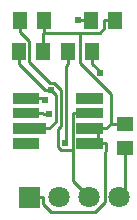
<source format=gtl>
G04 Layer: TopLayer*
G04 EasyEDA v6.4.17, 2021-02-26T18:21:57--8:00*
G04 bf267e6e37ea4bb39f0b1c92622b1e3b,8aa2c519e6c9466aa65df0ec0365893d,10*
G04 Gerber Generator version 0.2*
G04 Scale: 100 percent, Rotated: No, Reflected: No *
G04 Dimensions in millimeters *
G04 leading zeros omitted , absolute positions ,4 integer and 5 decimal *
%FSLAX45Y45*%
%MOMM*%

%ADD11C,0.2600*%
%ADD12C,0.6100*%
%ADD13R,1.4500X1.1600*%
%ADD16C,1.8000*%

%LPD*%
D11*
X1390650Y8180323D02*
G01*
X1379728Y8180323D01*
X1379728Y8180323D02*
G01*
X1319529Y8180323D01*
X1461262Y8180323D02*
G01*
X1390650Y8180323D01*
X876300Y8966200D02*
G01*
X876300Y8864345D01*
X1460500Y7467600D02*
G01*
X1319529Y7608570D01*
X1319529Y7863839D01*
X1319529Y7863839D02*
G01*
X1319529Y8180323D01*
X876300Y8864345D02*
G01*
X950976Y8789924D01*
X950976Y8612378D01*
X1128521Y8434578D01*
X1160271Y8434578D01*
X1221739Y8373110D01*
X1221739Y8071104D01*
X1192276Y8041386D01*
X1192276Y7896860D01*
X1225295Y7863839D01*
X1319529Y7863839D01*
X1071626Y7467600D02*
G01*
X1071626Y7407910D01*
X1137665Y7342123D01*
X1507997Y7342123D01*
X1595120Y7428992D01*
X1595120Y7850631D01*
X1602994Y7858760D01*
X1602994Y7925308D01*
X952500Y7467600D02*
G01*
X1071626Y7467600D01*
X1532128Y8050276D02*
G01*
X1532128Y7925308D01*
X1461262Y7925308D02*
G01*
X1532128Y7925308D01*
X1532128Y7925308D02*
G01*
X1602994Y7925308D01*
X1461262Y8050276D02*
G01*
X1532128Y8050276D01*
X1532128Y8050276D02*
G01*
X1602994Y8050276D01*
X1676400Y8966200D02*
G01*
X1589278Y8966200D01*
X1765300Y8089900D02*
G01*
X1642618Y8089900D01*
X1642618Y8089900D02*
G01*
X1602994Y8050276D01*
X1079500Y8864345D02*
G01*
X1066800Y8851645D01*
X1066800Y8699500D01*
X1079500Y8966200D02*
G01*
X1079500Y8864345D01*
X1384300Y8860789D02*
G01*
X1083055Y8860789D01*
X1079500Y8864345D01*
X1642618Y8089900D02*
G01*
X1642618Y8342121D01*
X1384300Y8600439D01*
X1384300Y8860789D01*
X1384300Y8860789D02*
G01*
X1549145Y8860789D01*
X1589278Y8900668D01*
X1589278Y8966200D01*
X953770Y8050276D02*
G01*
X1122934Y8050276D01*
X863600Y8699500D02*
G01*
X863600Y8597645D01*
X1485900Y8597645D02*
G01*
X1549654Y8534145D01*
X1549654Y8519668D01*
X1135379Y8374887D02*
G01*
X1086357Y8374887D01*
X863600Y8597645D01*
X1135379Y8374887D02*
G01*
X1179576Y8330945D01*
X1179576Y8106663D01*
X1122934Y8050276D01*
X1485900Y8699500D02*
G01*
X1485900Y8597645D01*
X1714500Y7467600D02*
G01*
X1765300Y7518400D01*
X1765300Y7886700D01*
X1282700Y8699500D02*
G01*
X1282700Y8597645D01*
X1282700Y8597645D02*
G01*
X1264157Y8579104D01*
X1264157Y7933944D01*
X1256029Y7926070D01*
X1119886Y8176005D02*
G01*
X1072387Y8176005D01*
X1068070Y8180323D01*
X926337Y8180323D02*
G01*
X1068070Y8180323D01*
X926337Y8305292D02*
G01*
X1068070Y8305292D01*
X1088389Y8290305D02*
G01*
X1083055Y8290305D01*
X1068070Y8305292D01*
X1473200Y8966200D02*
G01*
X1367789Y8966200D01*
X1473200Y8966200D02*
G01*
X1367789Y8966200D01*
G36*
X813790Y8260308D02*
G01*
X813790Y8350300D01*
X1038809Y8350300D01*
X1038809Y8260308D01*
G37*
G36*
X813790Y8135289D02*
G01*
X813790Y8225307D01*
X1038809Y8225307D01*
X1038809Y8135289D01*
G37*
G36*
X813790Y8005292D02*
G01*
X813790Y8095310D01*
X1093800Y8095310D01*
X1093800Y8005292D01*
G37*
G36*
X813790Y7880299D02*
G01*
X813790Y7970291D01*
X1038809Y7970291D01*
X1038809Y7880299D01*
G37*
G36*
X1348790Y7880299D02*
G01*
X1348790Y7970291D01*
X1573809Y7970291D01*
X1573809Y7880299D01*
G37*
G36*
X1348790Y8005292D02*
G01*
X1348790Y8095310D01*
X1573809Y8095310D01*
X1573809Y8005292D01*
G37*
G36*
X1348790Y8135289D02*
G01*
X1348790Y8225307D01*
X1573809Y8225307D01*
X1573809Y8135289D01*
G37*
G36*
X1348790Y8260308D02*
G01*
X1348790Y8350300D01*
X1573809Y8350300D01*
X1573809Y8260308D01*
G37*
D13*
G01*
X1765300Y7886700D03*
G01*
X1765300Y8089900D03*
G36*
X805599Y8771999D02*
G01*
X921600Y8771999D01*
X921600Y8627000D01*
X805599Y8627000D01*
G37*
G36*
X1008799Y8771999D02*
G01*
X1124800Y8771999D01*
X1124800Y8627000D01*
X1008799Y8627000D01*
G37*
G36*
X1224699Y8771999D02*
G01*
X1340700Y8771999D01*
X1340700Y8627000D01*
X1224699Y8627000D01*
G37*
G36*
X1427899Y8771999D02*
G01*
X1543900Y8771999D01*
X1543900Y8627000D01*
X1427899Y8627000D01*
G37*
G36*
X1415199Y9038699D02*
G01*
X1531200Y9038699D01*
X1531200Y8893700D01*
X1415199Y8893700D01*
G37*
G36*
X1618399Y9038699D02*
G01*
X1734400Y9038699D01*
X1734400Y8893700D01*
X1618399Y8893700D01*
G37*
G36*
X818299Y9038699D02*
G01*
X934300Y9038699D01*
X934300Y8893700D01*
X818299Y8893700D01*
G37*
G36*
X1021499Y9038699D02*
G01*
X1137500Y9038699D01*
X1137500Y8893700D01*
X1021499Y8893700D01*
G37*
G36*
X862500Y7557599D02*
G01*
X1042499Y7557599D01*
X1042499Y7377600D01*
X862500Y7377600D01*
G37*
D16*
G01*
X1206500Y7467600D03*
G01*
X1460500Y7467600D03*
G01*
X1714500Y7467600D03*
D12*
G01*
X1549654Y8519668D03*
G01*
X1135379Y8374887D03*
G01*
X1256029Y7926070D03*
G01*
X1119886Y8176005D03*
G01*
X1088389Y8290305D03*
G01*
X1367789Y8966200D03*
M02*

</source>
